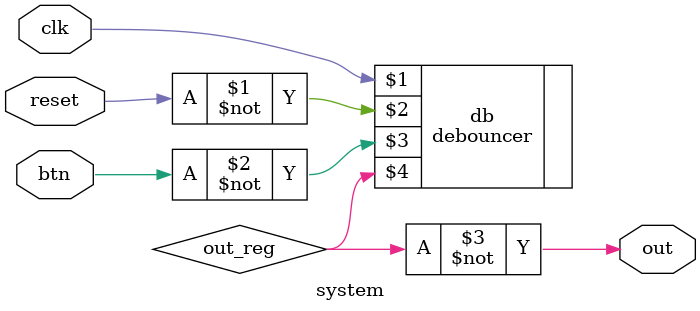
<source format=v>

module system(
	input wire clk,
	input wire reset,
	input wire btn,
	output wire out
);

	wire out_reg;
	
	debouncer #(19) db(clk, ~reset, ~btn, out_reg);
	
	assign out = ~out_reg;

endmodule

</source>
